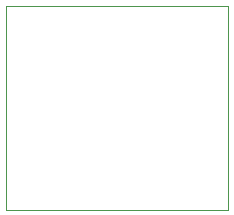
<source format=gbr>
%TF.GenerationSoftware,KiCad,Pcbnew,(5.1.10)-1*%
%TF.CreationDate,2021-10-03T00:56:20+09:00*%
%TF.ProjectId,XH_Board,58485f42-6f61-4726-942e-6b696361645f,rev?*%
%TF.SameCoordinates,Original*%
%TF.FileFunction,Profile,NP*%
%FSLAX46Y46*%
G04 Gerber Fmt 4.6, Leading zero omitted, Abs format (unit mm)*
G04 Created by KiCad (PCBNEW (5.1.10)-1) date 2021-10-03 00:56:20*
%MOMM*%
%LPD*%
G01*
G04 APERTURE LIST*
%TA.AperFunction,Profile*%
%ADD10C,0.050000*%
%TD*%
G04 APERTURE END LIST*
D10*
X121412000Y-110236000D02*
X121412000Y-92964000D01*
X140208000Y-110236000D02*
X121412000Y-110236000D01*
X140208000Y-92964000D02*
X140208000Y-110236000D01*
X121412000Y-92964000D02*
X140208000Y-92964000D01*
M02*

</source>
